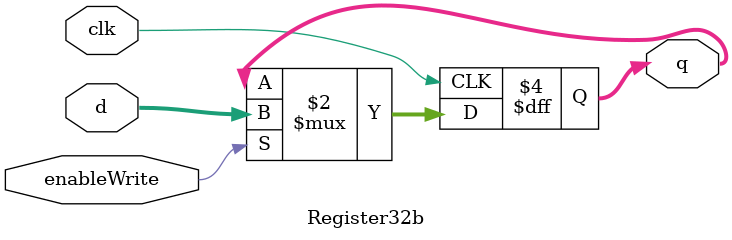
<source format=v>
`ifndef __Register32b__
`define __Register32b__

module Register32b(
    clk,
    enableWrite,
    d,
    q
);
    input wire clk;
    input wire enableWrite;
    input wire [31:0] d;
    output reg [31:0] q;

    always @(posedge clk) begin
        if (enableWrite)
            q <= d;
    end

endmodule // Register32b

`endif

</source>
